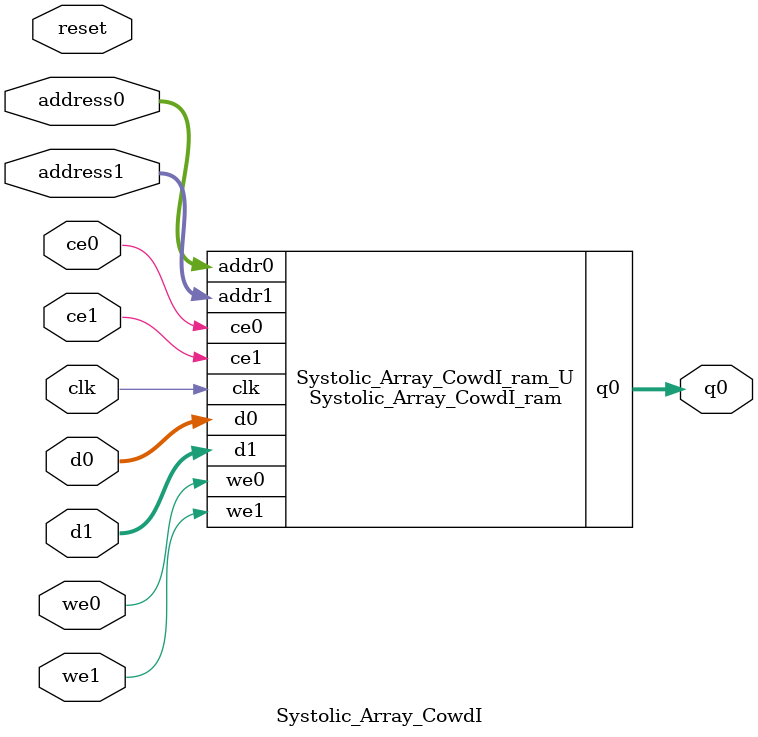
<source format=v>
`timescale 1 ns / 1 ps
module Systolic_Array_CowdI_ram (addr0, ce0, d0, we0, q0, addr1, ce1, d1, we1,  clk);

parameter DWIDTH = 32;
parameter AWIDTH = 9;
parameter MEM_SIZE = 500;

input[AWIDTH-1:0] addr0;
input ce0;
input[DWIDTH-1:0] d0;
input we0;
output reg[DWIDTH-1:0] q0;
input[AWIDTH-1:0] addr1;
input ce1;
input[DWIDTH-1:0] d1;
input we1;
input clk;

(* ram_style = "block" *)reg [DWIDTH-1:0] ram[0:MEM_SIZE-1];




always @(posedge clk)  
begin 
    if (ce0) begin
        if (we0) 
            ram[addr0] <= d0; 
        q0 <= ram[addr0];
    end
end


always @(posedge clk)  
begin 
    if (ce1) begin
        if (we1) 
            ram[addr1] <= d1; 
    end
end


endmodule

`timescale 1 ns / 1 ps
module Systolic_Array_CowdI(
    reset,
    clk,
    address0,
    ce0,
    we0,
    d0,
    q0,
    address1,
    ce1,
    we1,
    d1);

parameter DataWidth = 32'd32;
parameter AddressRange = 32'd500;
parameter AddressWidth = 32'd9;
input reset;
input clk;
input[AddressWidth - 1:0] address0;
input ce0;
input we0;
input[DataWidth - 1:0] d0;
output[DataWidth - 1:0] q0;
input[AddressWidth - 1:0] address1;
input ce1;
input we1;
input[DataWidth - 1:0] d1;



Systolic_Array_CowdI_ram Systolic_Array_CowdI_ram_U(
    .clk( clk ),
    .addr0( address0 ),
    .ce0( ce0 ),
    .we0( we0 ),
    .d0( d0 ),
    .q0( q0 ),
    .addr1( address1 ),
    .ce1( ce1 ),
    .we1( we1 ),
    .d1( d1 ));

endmodule


</source>
